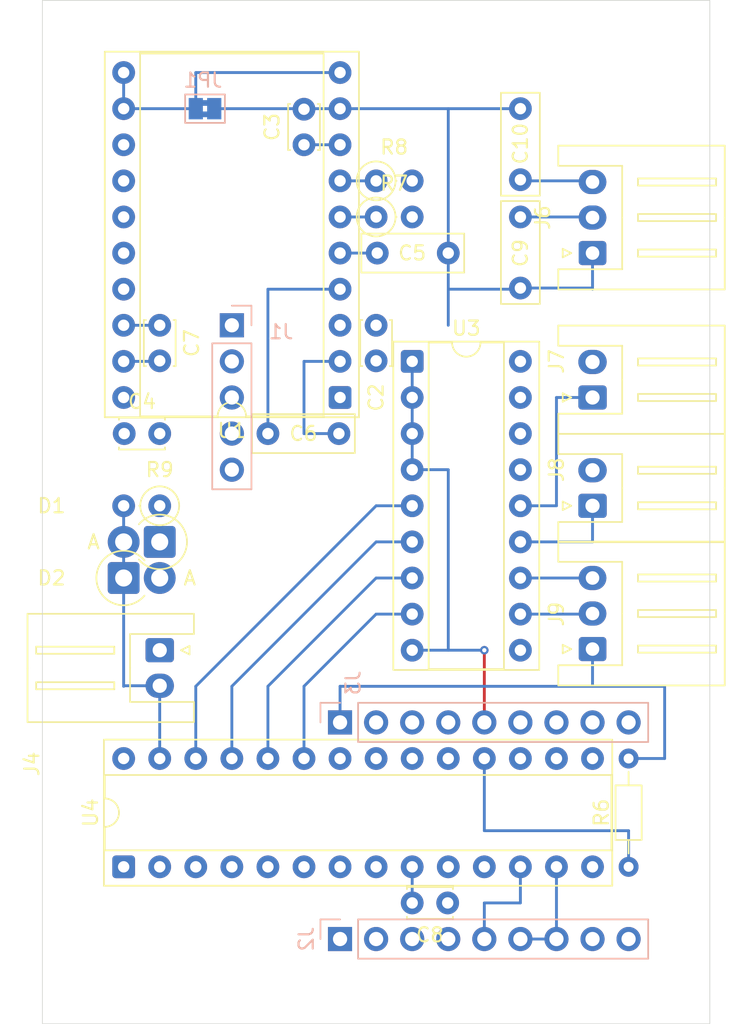
<source format=kicad_pcb>
(kicad_pcb (version 20241229) (generator "pcbnew") (generator_version "9.0")
  (layers (0 "F.Cu" signal) (2 "B.Cu" signal) (13 "F.Paste" user) (15 "B.Paste" user) (5 "F.SilkS" user "F.Silkscreen") (7 "B.SilkS" user "B.Silkscreen") (1 "F.Mask" user) (3 "B.Mask" user) (25 "Edge.Cuts" user))
  (net 0 "")
  (net 1 "+3V3")
  (net 2 "GND")
  (net 3 "GNDA")
  (net 4 "Net-(U1-VNEG)")
  (net 5 "Net-(U1-CAPP)")
  (net 6 "Net-(U1-CAPM)")
  (net 7 "Net-(U1-LDOO)")
  (net 8 "/AUDIO_OUT_L")
  (net 9 "/AUDIO_OUT_R")
  (net 10 "ACT_N")
  (net 11 "/I2S_BCLK")
  (net 12 "/I2S_LRCK")
  (net 13 "/I2S_DIN")
  (net 17 "/EXT_3SCL")
  (net 18 "/EXT_3SDA")
  (net 27 "Net-(U4-~{RESET})")
  (net 28 "Net-(J7-Pin_1)")
  (net 29 "Net-(J8-Pin_1)")
  (net 30 "Net-(J9-Pin_2)")
  (net 31 "Net-(J9-Pin_3)")
  (net 32 "Net-(U1-OUTL)")
  (net 33 "Net-(U1-OUTR)")
  (net 49 "Net-(U3-I6)")
  (net 50 "Net-(U3-I8)")
  (net 52 "Net-(U3-I7)")
  (net 53 "Net-(U3-I5)")
  (footprint "Capacitor_THT:C_Disc_D7.0mm_W2.5mm_P5.00mm" (layer "F.Cu") (at 144.78 55.8 90)
    (property "Reference" "C10" (at 2.54 0 90) (layer "F.SilkS"))
    (property "Value" "2200p 50V")
    (fp_line (start 6.12 -1.37) (end 6.12 1.37) (stroke (width 0.12)) (layer "F.SilkS"))
    (fp_line (start -1.12 -1.37) (end 6.12 -1.37) (stroke (width 0.12)) (layer "F.SilkS"))
    (fp_line (start 6.12 1.37) (end -1.12 1.37) (stroke (width 0.12)) (layer "F.SilkS"))
    (fp_line (start -1.12 1.37) (end -1.12 -1.37) (stroke (width 0.12)) (layer "F.SilkS"))
    (pad "1" thru_hole circle (at 0 0 90) (size 1.6 1.6) (drill 0.8) (layers "*.Cu" "*.Mask") (net 9 "/AUDIO_OUT_R"))
    (pad "2" thru_hole circle (at 5 0 90) (size 1.6 1.6) (drill 0.8) (layers "*.Cu" "*.Mask") (net 3 "GNDA"))
  )
  (footprint "RoboCon2025_ADIF:DIP-24_W15.24mm_Socket" (layer "F.Cu") (at 132.08 71.12 180)
    (property "Reference" "U1" (at 7.62 -2.33 0) (layer "F.SilkS"))
    (property "Value" "PCM5102A")
    (fp_line (start 14.08 24.2) (end 14.08 -1.33) (stroke (width 0.12)) (layer "F.SilkS"))
    (fp_line (start 14.08 -1.33) (end 8.62 -1.33) (stroke (width 0.12)) (layer "F.SilkS"))
    (fp_line (start 6.62 -1.33) (end 1.16 -1.33) (stroke (width 0.12)) (layer "F.SilkS"))
    (fp_line (start 1.2 24.2) (end 14.1 24.2) (stroke (width 0.12)) (layer "F.SilkS"))
    (fp_line (start 1.16 -1.33) (end 1.16 24.2) (stroke (width 0.12)) (layer "F.SilkS"))
    (fp_rect (start -1.33 -1.39) (end 16.57 24.33) (stroke (width 0.12)) (fill no) (layer "F.SilkS"))
    (fp_arc (start 8.62 -1.33) (mid 7.62 -0.33) (end 6.62 -1.33) (stroke (width 0.12)) (layer "F.SilkS"))
    (pad "1" thru_hole roundrect (at 0 0 180) (size 1.6 1.6) (drill 0.8) (layers "*.Cu" "*.Mask") (roundrect_rratio 0.15625) (net 1 "+3V3"))
    (pad "2" thru_hole circle (at 0 2.54 180) (size 1.6 1.6) (drill 0.8) (layers "*.Cu" "*.Mask") (net 5 "Net-(U1-CAPP)"))
    (pad "3" thru_hole circle (at 0 5.08 180) (size 1.6 1.6) (drill 0.8) (layers "*.Cu" "*.Mask") (net 3 "GNDA"))
    (pad "4" thru_hole circle (at 0 7.62 180) (size 1.6 1.6) (drill 0.8) (layers "*.Cu" "*.Mask") (net 6 "Net-(U1-CAPM)"))
    (pad "5" thru_hole circle (at 0 10.16 180) (size 1.6 1.6) (drill 0.8) (layers "*.Cu" "*.Mask") (net 4 "Net-(U1-VNEG)"))
    (pad "6" thru_hole circle (at 0 12.7 180) (size 1.6 1.6) (drill 0.8) (layers "*.Cu" "*.Mask") (net 32 "Net-(U1-OUTL)"))
    (pad "7" thru_hole circle (at 0 15.24 180) (size 1.6 1.6) (drill 0.8) (layers "*.Cu" "*.Mask") (net 33 "Net-(U1-OUTR)"))
    (pad "8" thru_hole circle (at 0 17.78 180) (size 1.6 1.6) (drill 0.8) (layers "*.Cu" "*.Mask") (net 1 "+3V3"))
    (pad "9" thru_hole circle (at 0 20.32 180) (size 1.6 1.6) (drill 0.8) (layers "*.Cu" "*.Mask") (net 3 "GNDA"))
    (pad "10" thru_hole circle (at 0 22.86 180) (size 1.6 1.6) (drill 0.8) (layers "*.Cu" "*.Mask") (net 2 "GND"))
    (pad "11" thru_hole circle (at 15.24 22.86 180) (size 1.6 1.6) (drill 0.8) (layers "*.Cu" "*.Mask") (net 2 "GND"))
    (pad "12" thru_hole circle (at 15.24 20.32 180) (size 1.6 1.6) (drill 0.8) (layers "*.Cu" "*.Mask") (net 2 "GND"))
    (pad "13" thru_hole circle (at 15.24 17.78 180) (size 1.6 1.6) (drill 0.8) (layers "*.Cu" "*.Mask") (net 11 "/I2S_BCLK"))
    (pad "14" thru_hole circle (at 15.24 15.24 180) (size 1.6 1.6) (drill 0.8) (layers "*.Cu" "*.Mask") (net 13 "/I2S_DIN"))
    (pad "15" thru_hole circle (at 15.24 12.7 180) (size 1.6 1.6) (drill 0.8) (layers "*.Cu" "*.Mask") (net 12 "/I2S_LRCK"))
    (pad "16" thru_hole circle (at 15.24 10.16 180) (size 1.6 1.6) (drill 0.8) (layers "*.Cu" "*.Mask") (net 2 "GND"))
    (pad "17" thru_hole circle (at 15.24 7.62 180) (size 1.6 1.6) (drill 0.8) (layers "*.Cu" "*.Mask") (net 1 "+3V3"))
    (pad "18" thru_hole circle (at 15.24 5.08 180) (size 1.6 1.6) (drill 0.8) (layers "*.Cu" "*.Mask") (net 7 "Net-(U1-LDOO)"))
    (pad "19" thru_hole circle (at 15.24 2.54 180) (size 1.6 1.6) (drill 0.8) (layers "*.Cu" "*.Mask") (net 2 "GND"))
    (pad "20" thru_hole circle (at 15.24 0 180) (size 1.6 1.6) (drill 0.8) (layers "*.Cu" "*.Mask") (net 1 "+3V3"))
  )
  (footprint "Capacitor_THT:C_Disc_D7.0mm_W2.5mm_P5.00mm" (layer "F.Cu") (at 134.7 60.96)
    (property "Reference" "C5" (at 2.46 0 0) (layer "F.SilkS"))
    (property "Value" "2.2u 50V")
    (fp_line (start -1.12 -1.37) (end 6.12 -1.37) (stroke (width 0.12)) (layer "F.SilkS"))
    (fp_line (start -1.12 1.37) (end -1.12 -1.37) (stroke (width 0.12)) (layer "F.SilkS"))
    (fp_line (start 6.12 -1.37) (end 6.12 1.37) (stroke (width 0.12)) (layer "F.SilkS"))
    (fp_line (start 6.12 1.37) (end -1.12 1.37) (stroke (width 0.12)) (layer "F.SilkS"))
    (pad "1" thru_hole circle (at 0 0) (size 1.6 1.6) (drill 0.8) (layers "*.Cu" "*.Mask") (net 4 "Net-(U1-VNEG)"))
    (pad "2" thru_hole circle (at 5 0) (size 1.6 1.6) (drill 0.8) (layers "*.Cu" "*.Mask") (net 3 "GNDA"))
  )
  (footprint "Connector_JST:JST_XH_S2B-XH-A_1x02_P2.50mm_Horizontal" (layer "F.Cu") (at 149.86 71.12 90)
    (property "Reference" "J7" (at 2.54 -2.54 90) (layer "F.SilkS"))
    (property "Value" "S2B-XH-A")
    (fp_line (start 5.06 -2.41) (end 3.64 -2.41) (stroke (width 0.12)) (layer "F.SilkS"))
    (fp_line (start 3.64 -2.41) (end 3.64 2.09) (stroke (width 0.12)) (layer "F.SilkS"))
    (fp_line (start -1.14 -2.41) (end -1.14 2.09) (stroke (width 0.12)) (layer "F.SilkS"))
    (fp_line (start -2.56 -2.41) (end -1.14 -2.41) (stroke (width 0.12)) (layer "F.SilkS"))
    (fp_line (start 0.3 -2.1) (end 0 -1.5) (stroke (width 0.12)) (layer "F.SilkS"))
    (fp_line (start -0.3 -2.1) (end 0.3 -2.1) (stroke (width 0.12)) (layer "F.SilkS"))
    (fp_line (start 0 -1.5) (end -0.3 -2.1) (stroke (width 0.12)) (layer "F.SilkS"))
    (fp_line (start 3.64 2.09) (end 1.25 2.09) (stroke (width 0.12)) (layer "F.SilkS"))
    (fp_line (start -1.14 2.09) (end 1.25 2.09) (stroke (width 0.12)) (layer "F.SilkS"))
    (fp_line (start 2.75 3.2) (end 2.25 3.2) (stroke (width 0.12)) (layer "F.SilkS"))
    (fp_line (start 2.25 3.2) (end 2.25 8.7) (stroke (width 0.12)) (layer "F.SilkS"))
    (fp_line (start 0.25 3.2) (end -0.25 3.2) (stroke (width 0.12)) (layer "F.SilkS"))
    (fp_line (start -0.25 3.2) (end -0.25 8.7) (stroke (width 0.12)) (layer "F.SilkS"))
    (fp_line (start 2.75 8.7) (end 2.75 3.2) (stroke (width 0.12)) (layer "F.SilkS"))
    (fp_line (start 2.25 8.7) (end 2.75 8.7) (stroke (width 0.12)) (layer "F.SilkS"))
    (fp_line (start 0.25 8.7) (end 0.25 3.2) (stroke (width 0.12)) (layer "F.SilkS"))
    (fp_line (start -0.25 8.7) (end 0.25 8.7) (stroke (width 0.12)) (layer "F.SilkS"))
    (fp_line (start 5.06 9.31) (end 5.06 -2.41) (stroke (width 0.12)) (layer "F.SilkS"))
    (fp_line (start 1.25 9.31) (end 5.06 9.31) (stroke (width 0.12)) (layer "F.SilkS"))
    (fp_line (start 1.25 9.31) (end -2.56 9.31) (stroke (width 0.12)) (layer "F.SilkS"))
    (fp_line (start -2.56 9.31) (end -2.56 -2.41) (stroke (width 0.12)) (layer "F.SilkS"))
    (pad "1" thru_hole roundrect (at 0 0 90) (size 1.7 2) (drill 1) (layers "*.Cu" "*.Mask") (roundrect_rratio 0.147059) (net 28 "Net-(J7-Pin_1)"))
    (pad "2" thru_hole oval (at 2.5 0 90) (size 1.7 2) (drill 1) (layers "*.Cu" "*.Mask") (net 2 "GND"))
  )
  (footprint "Resistor_THT:R_Axial_DIN0207_L6.3mm_D2.5mm_P2.54mm_Vertical" (layer "F.Cu") (at 119.38 78.74 180)
    (property "Reference" "R9" (at 0 2.54 0) (layer "F.SilkS"))
    (property "Value" "10k")
    (fp_line (start 1.37 0) (end 1.44 0) (stroke (width 0.12)) (layer "F.SilkS"))
    (fp_circle (center 0 0) (end 1.37 0) (stroke (width 0.12)) (fill no) (layer "F.SilkS"))
    (pad "1" thru_hole circle (at 0 0 180) (size 1.6 1.6) (drill 0.8) (layers "*.Cu" "*.Mask") (net 1 "+3V3"))
    (pad "2" thru_hole circle (at 2.54 0 180) (size 1.6 1.6) (drill 0.8) (layers "*.Cu" "*.Mask") (net 10 "ACT_N"))
  )
  (footprint "Capacitor_THT:C_Disc_D3.0mm_W2.0mm_P2.50mm" (layer "F.Cu") (at 116.88 73.66)
    (property "Reference" "C4" (at 1.25 -2.25 0) (layer "F.SilkS"))
    (property "Value" "0.1u 50V")
    (fp_line (start -0.37 -1.12) (end 2.87 -1.12) (stroke (width 0.12)) (layer "F.SilkS"))
    (fp_line (start -0.37 -0.972) (end -0.37 -1.12) (stroke (width 0.12)) (layer "F.SilkS"))
    (fp_line (start -0.37 1.12) (end -0.37 0.972) (stroke (width 0.12)) (layer "F.SilkS"))
    (fp_line (start 2.87 -1.12) (end 2.87 -0.972) (stroke (width 0.12)) (layer "F.SilkS"))
    (fp_line (start 2.87 0.972) (end 2.87 1.12) (stroke (width 0.12)) (layer "F.SilkS"))
    (fp_line (start 2.87 1.12) (end -0.37 1.12) (stroke (width 0.12)) (layer "F.SilkS"))
    (pad "1" thru_hole circle (at 0 0) (size 1.6 1.6) (drill 0.8) (layers "*.Cu" "*.Mask") (net 1 "+3V3"))
    (pad "2" thru_hole circle (at 2.5 0) (size 1.6 1.6) (drill 0.8) (layers "*.Cu" "*.Mask") (net 2 "GND"))
  )
  (footprint "Connector_JST:JST_XH_S2B-XH-A_1x02_P2.50mm_Horizontal" (layer "F.Cu") (at 149.86 78.74 90)
    (property "Reference" "J8" (at 2.54 -2.54 90) (layer "F.SilkS"))
    (property "Value" "S2B-XH-A")
    (fp_line (start 5.06 -2.41) (end 3.64 -2.41) (stroke (width 0.12)) (layer "F.SilkS"))
    (fp_line (start 3.64 -2.41) (end 3.64 2.09) (stroke (width 0.12)) (layer "F.SilkS"))
    (fp_line (start -1.14 -2.41) (end -1.14 2.09) (stroke (width 0.12)) (layer "F.SilkS"))
    (fp_line (start -2.56 -2.41) (end -1.14 -2.41) (stroke (width 0.12)) (layer "F.SilkS"))
    (fp_line (start 0.3 -2.1) (end 0 -1.5) (stroke (width 0.12)) (layer "F.SilkS"))
    (fp_line (start -0.3 -2.1) (end 0.3 -2.1) (stroke (width 0.12)) (layer "F.SilkS"))
    (fp_line (start 0 -1.5) (end -0.3 -2.1) (stroke (width 0.12)) (layer "F.SilkS"))
    (fp_line (start 3.64 2.09) (end 1.25 2.09) (stroke (width 0.12)) (layer "F.SilkS"))
    (fp_line (start -1.14 2.09) (end 1.25 2.09) (stroke (width 0.12)) (layer "F.SilkS"))
    (fp_line (start 2.75 3.2) (end 2.25 3.2) (stroke (width 0.12)) (layer "F.SilkS"))
    (fp_line (start 2.25 3.2) (end 2.25 8.7) (stroke (width 0.12)) (layer "F.SilkS"))
    (fp_line (start 0.25 3.2) (end -0.25 3.2) (stroke (width 0.12)) (layer "F.SilkS"))
    (fp_line (start -0.25 3.2) (end -0.25 8.7) (stroke (width 0.12)) (layer "F.SilkS"))
    (fp_line (start 2.75 8.7) (end 2.75 3.2) (stroke (width 0.12)) (layer "F.SilkS"))
    (fp_line (start 2.25 8.7) (end 2.75 8.7) (stroke (width 0.12)) (layer "F.SilkS"))
    (fp_line (start 0.25 8.7) (end 0.25 3.2) (stroke (width 0.12)) (layer "F.SilkS"))
    (fp_line (start -0.25 8.7) (end 0.25 8.7) (stroke (width 0.12)) (layer "F.SilkS"))
    (fp_line (start 5.06 9.31) (end 5.06 -2.41) (stroke (width 0.12)) (layer "F.SilkS"))
    (fp_line (start 1.25 9.31) (end 5.06 9.31) (stroke (width 0.12)) (layer "F.SilkS"))
    (fp_line (start 1.25 9.31) (end -2.56 9.31) (stroke (width 0.12)) (layer "F.SilkS"))
    (fp_line (start -2.56 9.31) (end -2.56 -2.41) (stroke (width 0.12)) (layer "F.SilkS"))
    (pad "1" thru_hole roundrect (at 0 0 90) (size 1.7 2) (drill 1) (layers "*.Cu" "*.Mask") (roundrect_rratio 0.147059) (net 29 "Net-(J8-Pin_1)"))
    (pad "2" thru_hole oval (at 2.5 0 90) (size 1.7 2) (drill 1) (layers "*.Cu" "*.Mask") (net 2 "GND"))
  )
  (footprint "Connector_JST:JST_XH_S3B-XH-A_1x03_P2.50mm_Horizontal" (layer "F.Cu") (at 149.86 88.82 90)
    (property "Reference" "J9" (at 2.46 -2.54 270) (layer "F.SilkS"))
    (property "Value" "S3B-XH-A")
    (fp_line (start 7.56 -2.41) (end 6.14 -2.41) (stroke (width 0.12)) (layer "F.SilkS"))
    (fp_line (start 6.14 -2.41) (end 6.14 2.09) (stroke (width 0.12)) (layer "F.SilkS"))
    (fp_line (start -1.14 -2.41) (end -1.14 2.09) (stroke (width 0.12)) (layer "F.SilkS"))
    (fp_line (start -2.56 -2.41) (end -1.14 -2.41) (stroke (width 0.12)) (layer "F.SilkS"))
    (fp_line (start 0.3 -2.1) (end 0 -1.5) (stroke (width 0.12)) (layer "F.SilkS"))
    (fp_line (start -0.3 -2.1) (end 0.3 -2.1) (stroke (width 0.12)) (layer "F.SilkS"))
    (fp_line (start 0 -1.5) (end -0.3 -2.1) (stroke (width 0.12)) (layer "F.SilkS"))
    (fp_line (start 6.14 2.09) (end 2.5 2.09) (stroke (width 0.12)) (layer "F.SilkS"))
    (fp_line (start -1.14 2.09) (end 2.5 2.09) (stroke (width 0.12)) (layer "F.SilkS"))
    (fp_line (start 5.25 3.2) (end 4.75 3.2) (stroke (width 0.12)) (layer "F.SilkS"))
    (fp_line (start 4.75 3.2) (end 4.75 8.7) (stroke (width 0.12)) (layer "F.SilkS"))
    (fp_line (start 2.75 3.2) (end 2.25 3.2) (stroke (width 0.12)) (layer "F.SilkS"))
    (fp_line (start 2.25 3.2) (end 2.25 8.7) (stroke (width 0.12)) (layer "F.SilkS"))
    (fp_line (start 0.25 3.2) (end -0.25 3.2) (stroke (width 0.12)) (layer "F.SilkS"))
    (fp_line (start -0.25 3.2) (end -0.25 8.7) (stroke (width 0.12)) (layer "F.SilkS"))
    (fp_line (start 5.25 8.7) (end 5.25 3.2) (stroke (width 0.12)) (layer "F.SilkS"))
    (fp_line (start 4.75 8.7) (end 5.25 8.7) (stroke (width 0.12)) (layer "F.SilkS"))
    (fp_line (start 2.75 8.7) (end 2.75 3.2) (stroke (width 0.12)) (layer "F.SilkS"))
    (fp_line (start 2.25 8.7) (end 2.75 8.7) (stroke (width 0.12)) (layer "F.SilkS"))
    (fp_line (start 0.25 8.7) (end 0.25 3.2) (stroke (width 0.12)) (layer "F.SilkS"))
    (fp_line (start -0.25 8.7) (end 0.25 8.7) (stroke (width 0.12)) (layer "F.SilkS"))
    (fp_line (start 7.56 9.31) (end 7.56 -2.41) (stroke (width 0.12)) (layer "F.SilkS"))
    (fp_line (start 2.5 9.31) (end 7.56 9.31) (stroke (width 0.12)) (layer "F.SilkS"))
    (fp_line (start 2.5 9.31) (end -2.56 9.31) (stroke (width 0.12)) (layer "F.SilkS"))
    (fp_line (start -2.56 9.31) (end -2.56 -2.41) (stroke (width 0.12)) (layer "F.SilkS"))
    (pad "1" thru_hole roundrect (at 0 0 90) (size 1.7 1.95) (drill 0.95) (layers "*.Cu" "*.Mask") (roundrect_rratio 0.147059) (net 1 "+3V3"))
    (pad "2" thru_hole oval (at 2.5 0 90) (size 1.7 1.95) (drill 0.95) (layers "*.Cu" "*.Mask") (net 30 "Net-(J9-Pin_2)"))
    (pad "3" thru_hole oval (at 5 0 90) (size 1.7 1.95) (drill 0.95) (layers "*.Cu" "*.Mask") (net 31 "Net-(J9-Pin_3)"))
  )
  (footprint "Capacitor_THT:C_Disc_D3.0mm_W2.0mm_P2.50mm" (layer "F.Cu") (at 139.66 106.68 180)
    (property "Reference" "C8" (at 1.25 -2.25 180) (layer "F.SilkS"))
    (property "Value" "0.1u 50V")
    (fp_line (start 2.87 1.12) (end -0.37 1.12) (stroke (width 0.12)) (layer "F.SilkS"))
    (fp_line (start 2.87 0.972) (end 2.87 1.12) (stroke (width 0.12)) (layer "F.SilkS"))
    (fp_line (start 2.87 -1.12) (end 2.87 -0.972) (stroke (width 0.12)) (layer "F.SilkS"))
    (fp_line (start -0.37 1.12) (end -0.37 0.972) (stroke (width 0.12)) (layer "F.SilkS"))
    (fp_line (start -0.37 -0.972) (end -0.37 -1.12) (stroke (width 0.12)) (layer "F.SilkS"))
    (fp_line (start -0.37 -1.12) (end 2.87 -1.12) (stroke (width 0.12)) (layer "F.SilkS"))
    (pad "1" thru_hole circle (at 0 0 180) (size 1.6 1.6) (drill 0.8) (layers "*.Cu" "*.Mask") (net 2 "GND"))
    (pad "2" thru_hole circle (at 2.5 0 180) (size 1.6 1.6) (drill 0.8) (layers "*.Cu" "*.Mask") (net 1 "+3V3"))
  )
  (footprint "Capacitor_THT:C_Disc_D7.0mm_W2.5mm_P5.00mm" (layer "F.Cu") (at 144.78 58.42 -90)
    (property "Reference" "C9" (at 2.54 0 90) (layer "F.SilkS"))
    (property "Value" "2200p 50V")
    (fp_line (start -1.12 1.37) (end -1.12 -1.37) (stroke (width 0.12)) (layer "F.SilkS"))
    (fp_line (start 6.12 1.37) (end -1.12 1.37) (stroke (width 0.12)) (layer "F.SilkS"))
    (fp_line (start -1.12 -1.37) (end 6.12 -1.37) (stroke (width 0.12)) (layer "F.SilkS"))
    (fp_line (start 6.12 -1.37) (end 6.12 1.37) (stroke (width 0.12)) (layer "F.SilkS"))
    (pad "1" thru_hole circle (at 0 0 270) (size 1.6 1.6) (drill 0.8) (layers "*.Cu" "*.Mask") (net 8 "/AUDIO_OUT_L"))
    (pad "2" thru_hole circle (at 5 0 270) (size 1.6 1.6) (drill 0.8) (layers "*.Cu" "*.Mask") (net 3 "GNDA"))
  )
  (footprint "Resistor_THT:R_Axial_DIN0204_L3.6mm_D1.6mm_P7.62mm_Horizontal" (layer "F.Cu") (at 152.4 104.14 90)
    (property "Reference" "R6" (at 3.81 -1.92 90) (layer "F.SilkS"))
    (property "Value" "10k")
    (fp_line (start 6.68 0) (end 5.73 0) (stroke (width 0.12)) (layer "F.SilkS"))
    (fp_line (start 0.94 0) (end 1.89 0) (stroke (width 0.12)) (layer "F.SilkS"))
    (fp_rect (start 1.89 -0.92) (end 5.73 0.92) (stroke (width 0.12)) (fill no) (layer "F.SilkS"))
    (pad "1" thru_hole circle (at 0 0 90) (size 1.4 1.4) (drill 0.7) (layers "*.Cu" "*.Mask") (net 27 "Net-(U4-~{RESET})"))
    (pad "2" thru_hole circle (at 7.62 0 90) (size 1.4 1.4) (drill 0.7) (layers "*.Cu" "*.Mask") (net 1 "+3V3"))
  )
  (footprint "Capacitor_THT:C_Disc_D7.0mm_W2.5mm_P5.00mm" (layer "F.Cu") (at 127 73.66)
    (property "Reference" "C6" (at 2.5 0 0) (layer "F.SilkS"))
    (property "Value" "2.2u 50V")
    (fp_line (start -1.12 -1.37) (end 6.12 -1.37) (stroke (width 0.12)) (layer "F.SilkS"))
    (fp_line (start -1.12 1.37) (end -1.12 -1.37) (stroke (width 0.12)) (layer "F.SilkS"))
    (fp_line (start 6.12 -1.37) (end 6.12 1.37) (stroke (width 0.12)) (layer "F.SilkS"))
    (fp_line (start 6.12 1.37) (end -1.12 1.37) (stroke (width 0.12)) (layer "F.SilkS"))
    (pad "1" thru_hole circle (at 0 0) (size 1.6 1.6) (drill 0.8) (layers "*.Cu" "*.Mask") (net 6 "Net-(U1-CAPM)"))
    (pad "2" thru_hole circle (at 5 0) (size 1.6 1.6) (drill 0.8) (layers "*.Cu" "*.Mask") (net 5 "Net-(U1-CAPP)"))
  )
  (footprint "Resistor_THT:R_Axial_DIN0207_L6.3mm_D2.5mm_P2.54mm_Vertical" (layer "F.Cu") (at 134.62 58.42)
    (property "Reference" "R7" (at 1.27 -2.37 0) (layer "F.SilkS"))
    (property "Value" "470")
    (fp_line (start 1.37 0) (end 1.44 0) (stroke (width 0.12)) (layer "F.SilkS"))
    (fp_circle (center 0 0) (end 1.37 0) (stroke (width 0.12)) (fill no) (layer "F.SilkS"))
    (pad "1" thru_hole circle (at 0 0) (size 1.6 1.6) (drill 0.8) (layers "*.Cu" "*.Mask") (net 32 "Net-(U1-OUTL)"))
    (pad "2" thru_hole circle (at 2.54 0) (size 1.6 1.6) (drill 0.8) (layers "*.Cu" "*.Mask") (net 8 "/AUDIO_OUT_L"))
  )
  (footprint "Capacitor_THT:C_Disc_D3.0mm_W2.0mm_P2.50mm" (layer "F.Cu") (at 129.54 53.34 90)
    (property "Reference" "C3" (at 1.25 -2.25 90) (layer "F.SilkS"))
    (property "Value" "0.1u 50V")
    (fp_line (start 2.87 -1.12) (end 2.87 -0.972) (stroke (width 0.12)) (layer "F.SilkS"))
    (fp_line (start -0.37 -1.12) (end 2.87 -1.12) (stroke (width 0.12)) (layer "F.SilkS"))
    (fp_line (start -0.37 -0.972) (end -0.37 -1.12) (stroke (width 0.12)) (layer "F.SilkS"))
    (fp_line (start 2.87 0.972) (end 2.87 1.12) (stroke (width 0.12)) (layer "F.SilkS"))
    (fp_line (start 2.87 1.12) (end -0.37 1.12) (stroke (width 0.12)) (layer "F.SilkS"))
    (fp_line (start -0.37 1.12) (end -0.37 0.972) (stroke (width 0.12)) (layer "F.SilkS"))
    (pad "1" thru_hole circle (at 0 0 90) (size 1.6 1.6) (drill 0.8) (layers "*.Cu" "*.Mask") (net 1 "+3V3"))
    (pad "2" thru_hole circle (at 2.5 0 90) (size 1.6 1.6) (drill 0.8) (layers "*.Cu" "*.Mask") (net 3 "GNDA"))
  )
  (footprint "Package_DIP:DIP-18_W7.62mm_Socket" (layer "F.Cu") (at 137.16 68.58)
    (property "Reference" "U3" (at 3.81 -2.33 0) (layer "F.SilkS"))
    (property "Value" "TBD62083AFNG")
    (fp_line (start 1.16 -1.33) (end 1.16 21.65) (stroke (width 0.12)) (layer "F.SilkS"))
    (fp_line (start 1.16 21.65) (end 6.46 21.65) (stroke (width 0.12)) (layer "F.SilkS"))
    (fp_line (start 2.81 -1.33) (end 1.16 -1.33) (stroke (width 0.12)) (layer "F.SilkS"))
    (fp_line (start 6.46 -1.33) (end 4.81 -1.33) (stroke (width 0.12)) (layer "F.SilkS"))
    (fp_line (start 6.46 21.65) (end 6.46 -1.33) (stroke (width 0.12)) (layer "F.SilkS"))
    (fp_rect (start -1.33 -1.39) (end 8.95 21.71) (stroke (width 0.12)) (fill no) (layer "F.SilkS"))
    (fp_arc (start 4.81 -1.33) (mid 3.81 -0.33) (end 2.81 -1.33) (stroke (width 0.12)) (layer "F.SilkS"))
    (pad "1" thru_hole roundrect (at 0 0) (size 1.6 1.6) (drill 0.8) (layers "*.Cu" "*.Mask") (roundrect_rratio 0.15625) (net 2 "GND"))
    (pad "2" thru_hole circle (at 0 2.54) (size 1.6 1.6) (drill 0.8) (layers "*.Cu" "*.Mask") (net 2 "GND"))
    (pad "3" thru_hole circle (at 0 5.08) (size 1.6 1.6) (drill 0.8) (layers "*.Cu" "*.Mask") (net 2 "GND"))
    (pad "4" thru_hole circle (at 0 7.62) (size 1.6 1.6) (drill 0.8) (layers "*.Cu" "*.Mask") (net 2 "GND"))
    (pad "5" thru_hole circle (at 0 10.16) (size 1.6 1.6) (drill 0.8) (layers "*.Cu" "*.Mask") (net 53 "Net-(U3-I5)"))
    (pad "6" thru_hole circle (at 0 12.7) (size 1.6 1.6) (drill 0.8) (layers "*.Cu" "*.Mask") (net 49 "Net-(U3-I6)"))
    (pad "7" thru_hole circle (at 0 15.24) (size 1.6 1.6) (drill 0.8) (layers "*.Cu" "*.Mask") (net 52 "Net-(U3-I7)"))
    (pad "8" thru_hole circle (at 0 17.78) (size 1.6 1.6) (drill 0.8) (layers "*.Cu" "*.Mask") (net 50 "Net-(U3-I8)"))
    (pad "9" thru_hole circle (at 0 20.32) (size 1.6 1.6) (drill 0.8) (layers "*.Cu" "*.Mask") (net 2 "GND"))
    (pad "10" thru_hole circle (at 7.62 20.32) (size 1.6 1.6) (drill 0.8) (layers "*.Cu" "*.Mask"))
    (pad "11" thru_hole circle (at 7.62 17.78) (size 1.6 1.6) (drill 0.8) (layers "*.Cu" "*.Mask") (net 30 "Net-(J9-Pin_2)"))
    (pad "12" thru_hole circle (at 7.62 15.24) (size 1.6 1.6) (drill 0.8) (layers "*.Cu" "*.Mask") (net 31 "Net-(J9-Pin_3)"))
    (pad "13" thru_hole circle (at 7.62 12.7) (size 1.6 1.6) (drill 0.8) (layers "*.Cu" "*.Mask") (net 29 "Net-(J8-Pin_1)"))
    (pad "14" thru_hole circle (at 7.62 10.16) (size 1.6 1.6) (drill 0.8) (layers "*.Cu" "*.Mask") (net 28 "Net-(J7-Pin_1)"))
    (pad "15" thru_hole circle (at 7.62 7.62) (size 1.6 1.6) (drill 0.8) (layers "*.Cu" "*.Mask"))
    (pad "16" thru_hole circle (at 7.62 5.08) (size 1.6 1.6) (drill 0.8) (layers "*.Cu" "*.Mask"))
    (pad "17" thru_hole circle (at 7.62 2.54) (size 1.6 1.6) (drill 0.8) (layers "*.Cu" "*.Mask"))
    (pad "18" thru_hole circle (at 7.62 0) (size 1.6 1.6) (drill 0.8) (layers "*.Cu" "*.Mask"))
  )
  (footprint "Capacitor_THT:C_Disc_D3.0mm_W2.0mm_P2.50mm" (layer "F.Cu") (at 119.38 66.04 -90)
    (property "Reference" "C7" (at 1.25 -2.25 270) (layer "F.SilkS"))
    (property "Value" "0.1u 50V")
    (fp_line (start -0.37 1.12) (end -0.37 0.972) (stroke (width 0.12)) (layer "F.SilkS"))
    (fp_line (start 2.87 1.12) (end -0.37 1.12) (stroke (width 0.12)) (layer "F.SilkS"))
    (fp_line (start 2.87 0.972) (end 2.87 1.12) (stroke (width 0.12)) (layer "F.SilkS"))
    (fp_line (start -0.37 -0.972) (end -0.37 -1.12) (stroke (width 0.12)) (layer "F.SilkS"))
    (fp_line (start -0.37 -1.12) (end 2.87 -1.12) (stroke (width 0.12)) (layer "F.SilkS"))
    (fp_line (start 2.87 -1.12) (end 2.87 -0.972) (stroke (width 0.12)) (layer "F.SilkS"))
    (pad "1" thru_hole circle (at 0 0 270) (size 1.6 1.6) (drill 0.8) (layers "*.Cu" "*.Mask") (net 7 "Net-(U1-LDOO)"))
    (pad "2" thru_hole circle (at 2.5 0 270) (size 1.6 1.6) (drill 0.8) (layers "*.Cu" "*.Mask") (net 2 "GND"))
  )
  (footprint "Resistor_THT:R_Axial_DIN0207_L6.3mm_D2.5mm_P2.54mm_Vertical" (layer "F.Cu") (at 134.62 55.88)
    (property "Reference" "R8" (at 1.27 -2.37 0) (layer "F.SilkS"))
    (property "Value" "470")
    (fp_line (start 1.37 0) (end 1.44 0) (stroke (width 0.12)) (layer "F.SilkS"))
    (fp_circle (center 0 0) (end 1.37 0) (stroke (width 0.12)) (fill no) (layer "F.SilkS"))
    (pad "1" thru_hole circle (at 0 0) (size 1.6 1.6) (drill 0.8) (layers "*.Cu" "*.Mask") (net 33 "Net-(U1-OUTR)"))
    (pad "2" thru_hole circle (at 2.54 0) (size 1.6 1.6) (drill 0.8) (layers "*.Cu" "*.Mask") (net 9 "/AUDIO_OUT_R"))
  )
  (footprint "Capacitor_THT:C_Disc_D3.0mm_W2.0mm_P2.50mm" (layer "F.Cu") (at 134.62 68.54 90)
    (property "Reference" "C2" (at -2.58 0 90) (layer "F.SilkS"))
    (property "Value" "0.1u 50V")
    (fp_line (start 2.87 -1.12) (end 2.87 -0.972) (stroke (width 0.12)) (layer "F.SilkS"))
    (fp_line (start -0.37 -1.12) (end 2.87 -1.12) (stroke (width 0.12)) (layer "F.SilkS"))
    (fp_line (start -0.37 -0.972) (end -0.37 -1.12) (stroke (width 0.12)) (layer "F.SilkS"))
    (fp_line (start 2.87 0.972) (end 2.87 1.12) (stroke (width 0.12)) (layer "F.SilkS"))
    (fp_line (start 2.87 1.12) (end -0.37 1.12) (stroke (width 0.12)) (layer "F.SilkS"))
    (fp_line (start -0.37 1.12) (end -0.37 0.972) (stroke (width 0.12)) (layer "F.SilkS"))
    (pad "1" thru_hole circle (at 0 0 90) (size 1.6 1.6) (drill 0.8) (layers "*.Cu" "*.Mask") (net 1 "+3V3"))
    (pad "2" thru_hole circle (at 2.5 0 90) (size 1.6 1.6) (drill 0.8) (layers "*.Cu" "*.Mask") (net 3 "GNDA"))
  )
  (footprint "Connector_JST:JST_XH_S3B-XH-A_1x03_P2.50mm_Horizontal" (layer "F.Cu") (at 149.86 60.96 90)
    (property "Reference" "J6" (at 2.5 -3.51 90) (layer "F.SilkS"))
    (property "Value" "S3B-XH-A")
    (fp_line (start 7.56 -2.41) (end 6.14 -2.41) (stroke (width 0.12)) (layer "F.SilkS"))
    (fp_line (start 6.14 -2.41) (end 6.14 2.09) (stroke (width 0.12)) (layer "F.SilkS"))
    (fp_line (start -1.14 -2.41) (end -1.14 2.09) (stroke (width 0.12)) (layer "F.SilkS"))
    (fp_line (start -2.56 -2.41) (end -1.14 -2.41) (stroke (width 0.12)) (layer "F.SilkS"))
    (fp_line (start 0.3 -2.1) (end 0 -1.5) (stroke (width 0.12)) (layer "F.SilkS"))
    (fp_line (start -0.3 -2.1) (end 0.3 -2.1) (stroke (width 0.12)) (layer "F.SilkS"))
    (fp_line (start 0 -1.5) (end -0.3 -2.1) (stroke (width 0.12)) (layer "F.SilkS"))
    (fp_line (start 6.14 2.09) (end 2.5 2.09) (stroke (width 0.12)) (layer "F.SilkS"))
    (fp_line (start -1.14 2.09) (end 2.5 2.09) (stroke (width 0.12)) (layer "F.SilkS"))
    (fp_line (start 5.25 3.2) (end 4.75 3.2) (stroke (width 0.12)) (layer "F.SilkS"))
    (fp_line (start 4.75 3.2) (end 4.75 8.7) (stroke (width 0.12)) (layer "F.SilkS"))
    (fp_line (start 2.75 3.2) (end 2.25 3.2) (stroke (width 0.12)) (layer "F.SilkS"))
    (fp_line (start 2.25 3.2) (end 2.25 8.7) (stroke (width 0.12)) (layer "F.SilkS"))
    (fp_line (start 0.25 3.2) (end -0.25 3.2) (stroke (width 0.12)) (layer "F.SilkS"))
    (fp_line (start -0.25 3.2) (end -0.25 8.7) (stroke (width 0.12)) (layer "F.SilkS"))
    (fp_line (start 5.25 8.7) (end 5.25 3.2) (stroke (width 0.12)) (layer "F.SilkS"))
    (fp_line (start 4.75 8.7) (end 5.25 8.7) (stroke (width 0.12)) (layer "F.SilkS"))
    (fp_line (start 2.75 8.7) (end 2.75 3.2) (stroke (width 0.12)) (layer "F.SilkS"))
    (fp_line (start 2.25 8.7) (end 2.75 8.7) (stroke (width 0.12)) (layer "F.SilkS"))
    (fp_line (start 0.25 8.7) (end 0.25 3.2) (stroke (width 0.12)) (layer "F.SilkS"))
    (fp_line (start -0.25 8.7) (end 0.25 8.7) (stroke (width 0.12)) (layer "F.SilkS"))
    (fp_line (start 7.56 9.31) (end 7.56 -2.41) (stroke (width 0.12)) (layer "F.SilkS"))
    (fp_line (start 2.5 9.31) (end 7.56 9.31) (stroke (width 0.12)) (layer "F.SilkS"))
    (fp_line (start 2.5 9.31) (end -2.56 9.31) (stroke (width 0.12)) (layer "F.SilkS"))
    (fp_line (start -2.56 9.31) (end -2.56 -2.41) (stroke (width 0.12)) (layer "F.SilkS"))
    (pad "1" thru_hole roundrect (at 0 0 90) (size 1.7 1.95) (drill 0.95) (layers "*.Cu" "*.Mask") (roundrect_rratio 0.147059) (net 3 "GNDA"))
    (pad "2" thru_hole oval (at 2.5 0 90) (size 1.7 1.95) (drill 0.95) (layers "*.Cu" "*.Mask") (net 8 "/AUDIO_OUT_L"))
    (pad "3" thru_hole oval (at 5 0 90) (size 1.7 1.95) (drill 0.95) (layers "*.Cu" "*.Mask") (net 9 "/AUDIO_OUT_R"))
  )
  (footprint "Package_DIP:DIP-28_W7.62mm_Socket" (layer "F.Cu") (at 116.84 104.14 90)
    (property "Reference" "U4" (at 3.81 -2.33 90) (layer "F.SilkS"))
    (property "Value" "MCP23017_SP")
    (fp_line (start 6.46 -1.33) (end 4.81 -1.33) (stroke (width 0.12)) (layer "F.SilkS"))
    (fp_line (start 2.81 -1.33) (end 1.16 -1.33) (stroke (width 0.12)) (layer "F.SilkS"))
    (fp_line (start 1.16 -1.33) (end 1.16 34.35) (stroke (width 0.12)) (layer "F.SilkS"))
    (fp_line (start 6.46 34.35) (end 6.46 -1.33) (stroke (width 0.12)) (layer "F.SilkS"))
    (fp_line (start 1.16 34.35) (end 6.46 34.35) (stroke (width 0.12)) (layer "F.SilkS"))
    (fp_rect (start -1.33 -1.39) (end 8.95 34.41) (stroke (width 0.12)) (fill no) (layer "F.SilkS"))
    (fp_arc (start 4.81 -1.33) (mid 3.81 -0.33) (end 2.81 -1.33) (stroke (width 0.12)) (layer "F.SilkS"))
    (pad "1" thru_hole roundrect (at 0 0 90) (size 1.6 1.6) (drill 0.8) (layers "*.Cu" "*.Mask") (roundrect_rratio 0.15625))
    (pad "2" thru_hole circle (at 0 2.54 90) (size 1.6 1.6) (drill 0.8) (layers "*.Cu" "*.Mask"))
    (pad "3" thru_hole circle (at 0 5.08 90) (size 1.6 1.6) (drill 0.8) (layers "*.Cu" "*.Mask"))
    (pad "4" thru_hole circle (at 0 7.62 90) (size 1.6 1.6) (drill 0.8) (layers "*.Cu" "*.Mask"))
    (pad "5" thru_hole circle (at 0 10.16 90) (size 1.6 1.6) (drill 0.8) (layers "*.Cu" "*.Mask"))
    (pad "6" thru_hole circle (at 0 12.7 90) (size 1.6 1.6) (drill 0.8) (layers "*.Cu" "*.Mask"))
    (pad "7" thru_hole circle (at 0 15.24 90) (size 1.6 1.6) (drill 0.8) (layers "*.Cu" "*.Mask"))
    (pad "8" thru_hole circle (at 0 17.78 90) (size 1.6 1.6) (drill 0.8) (layers "*.Cu" "*.Mask"))
    (pad "9" thru_hole circle (at 0 20.32 90) (size 1.6 1.6) (drill 0.8) (layers "*.Cu" "*.Mask") (net 1 "+3V3"))
    (pad "10" thru_hole circle (at 0 22.86 90) (size 1.6 1.6) (drill 0.8) (layers "*.Cu" "*.Mask") (net 2 "GND"))
    (pad "11" thru_hole circle (at 0 25.4 90) (size 1.6 1.6) (drill 0.8) (layers "*.Cu" "*.Mask"))
    (pad "12" thru_hole circle (at 0 27.94 90) (size 1.6 1.6) (drill 0.8) (layers "*.Cu" "*.Mask") (net 17 "/EXT_3SCL"))
    (pad "13" thru_hole circle (at 0 30.48 90) (size 1.6 1.6) (drill 0.8) (layers "*.Cu" "*.Mask") (net 18 "/EXT_3SDA"))
    (pad "14" thru_hole circle (at 0 33.02 90) (size 1.6 1.6) (drill 0.8) (layers "*.Cu" "*.Mask"))
    (pad "15" thru_hole circle (at 7.62 33.02 90) (size 1.6 1.6) (drill 0.8) (layers "*.Cu" "*.Mask") (net 2 "GND"))
    (pad "16" thru_hole circle (at 7.62 30.48 90) (size 1.6 1.6) (drill 0.8) (layers "*.Cu" "*.Mask") (net 2 "GND"))
    (pad "17" thru_hole circle (at 7.62 27.94 90) (size 1.6 1.6) (drill 0.8) (layers "*.Cu" "*.Mask") (net 2 "GND"))
    (pad "18" thru_hole circle (at 7.62 25.4 90) (size 1.6 1.6) (drill 0.8) (layers "*.Cu" "*.Mask") (net 27 "Net-(U4-~{RESET})"))
    (pad "19" thru_hole circle (at 7.62 22.86 90) (size 1.6 1.6) (drill 0.8) (layers "*.Cu" "*.Mask"))
    (pad "20" thru_hole circle (at 7.62 20.32 90) (size 1.6 1.6) (drill 0.8) (layers "*.Cu" "*.Mask"))
    (pad "21" thru_hole circle (at 7.62 17.78 90) (size 1.6 1.6) (drill 0.8) (layers "*.Cu" "*.Mask"))
    (pad "22" thru_hole circle (at 7.62 15.24 90) (size 1.6 1.6) (drill 0.8) (layers "*.Cu" "*.Mask"))
    (pad "23" thru_hole circle (at 7.62 12.7 90) (size 1.6 1.6) (drill 0.8) (layers "*.Cu" "*.Mask") (net 50 "Net-(U3-I8)"))
    (pad "24" thru_hole circle (at 7.62 10.16 90) (size 1.6 1.6) (drill 0.8) (layers "*.Cu" "*.Mask") (net 52 "Net-(U3-I7)"))
    (pad "25" thru_hole circle (at 7.62 7.62 90) (size 1.6 1.6) (drill 0.8) (layers "*.Cu" "*.Mask") (net 49 "Net-(U3-I6)"))
    (pad "26" thru_hole circle (at 7.62 5.08 90) (size 1.6 1.6) (drill 0.8) (layers "*.Cu" "*.Mask") (net 53 "Net-(U3-I5)"))
    (pad "27" thru_hole circle (at 7.62 2.54 90) (size 1.6 1.6) (drill 0.8) (layers "*.Cu" "*.Mask") (net 10 "ACT_N"))
    (pad "28" thru_hole circle (at 7.62 0 90) (size 1.6 1.6) (drill 0.8) (layers "*.Cu" "*.Mask"))
  )
  (footprint "Diode_THT:D_DO-15_P2.54mm_Vertical_AnodeUp" (layer "F.Cu") (at 119.38 81.28 180)
    (property "Reference" "D1" (at 7.62 2.54 0) (layer "F.SilkS"))
    (property "Value" "SS14")
    (fp_arc (start 1.465879 1.24) (mid -1.92 0) (end 1.465879 -1.24) (stroke (width 0.12)) (layer "F.SilkS"))
    (fp_text user "A" (at 4.66 0 0) (layer "F.SilkS"))
    (pad "1" thru_hole roundrect (at 0 0 180) (size 2.24 2.24) (drill 1.2) (layers "*.Cu" "*.Mask") (roundrect_rratio 0.111607) (net 1 "+3V3"))
    (pad "2" thru_hole circle (at 2.54 0 180) (size 2.24 2.24) (drill 1.2) (layers "*.Cu" "*.Mask") (net 10 "ACT_N"))
  )
  (footprint "Diode_THT:D_DO-15_P2.54mm_Vertical_AnodeUp" (layer "F.Cu") (at 116.84 83.82)
    (property "Reference" "D2" (at -5.08 0 0) (layer "F.SilkS"))
    (property "Value" "SS14")
    (fp_arc (start 1.465879 1.24) (mid -1.92 0) (end 1.465879 -1.24) (stroke (width 0.12)) (layer "F.SilkS"))
    (fp_text user "A" (at 4.66 0 0) (layer "F.SilkS"))
    (pad "1" thru_hole roundrect (at 0 0) (size 2.24 2.24) (drill 1.2) (layers "*.Cu" "*.Mask") (roundrect_rratio 0.111607) (net 10 "ACT_N"))
    (pad "2" thru_hole circle (at 2.54 0) (size 2.24 2.24) (drill 1.2) (layers "*.Cu" "*.Mask") (net 2 "GND"))
  )
  (footprint "Connector_JST:JST_XH_S2B-XH-A_1x02_P2.50mm_Horizontal" (layer "F.Cu") (at 119.38 88.9 -90)
    (property "Reference" "J4" (at 8 9 90) (layer "F.SilkS"))
    (property "Value" "S2B-XH-A")
    (fp_line (start -2.56 9.31) (end -2.56 -2.41) (stroke (width 0.12)) (layer "F.SilkS"))
    (fp_line (start 1.25 9.31) (end -2.56 9.31) (stroke (width 0.12)) (layer "F.SilkS"))
    (fp_line (start 1.25 9.31) (end 5.06 9.31) (stroke (width 0.12)) (layer "F.SilkS"))
    (fp_line (start 5.06 9.31) (end 5.06 -2.41) (stroke (width 0.12)) (layer "F.SilkS"))
    (fp_line (start -0.25 8.7) (end 0.25 8.7) (stroke (width 0.12)) (layer "F.SilkS"))
    (fp_line (start 0.25 8.7) (end 0.25 3.2) (stroke (width 0.12)) (layer "F.SilkS"))
    (fp_line (start 2.25 8.7) (end 2.75 8.7) (stroke (width 0.12)) (layer "F.SilkS"))
    (fp_line (start 2.75 8.7) (end 2.75 3.2) (stroke (width 0.12)) (layer "F.SilkS"))
    (fp_line (start -0.25 3.2) (end -0.25 8.7) (stroke (width 0.12)) (layer "F.SilkS"))
    (fp_line (start 0.25 3.2) (end -0.25 3.2) (stroke (width 0.12)) (layer "F.SilkS"))
    (fp_line (start 2.25 3.2) (end 2.25 8.7) (stroke (width 0.12)) (layer "F.SilkS"))
    (fp_line (start 2.75 3.2) (end 2.25 3.2) (stroke (width 0.12)) (layer "F.SilkS"))
    (fp_line (start -1.14 2.09) (end 1.25 2.09) (stroke (width 0.12)) (layer "F.SilkS"))
    (fp_line (start 3.64 2.09) (end 1.25 2.09) (stroke (width 0.12)) (layer "F.SilkS"))
    (fp_line (start 0 -1.5) (end -0.3 -2.1) (stroke (width 0.12)) (layer "F.SilkS"))
    (fp_line (start -0.3 -2.1) (end 0.3 -2.1) (stroke (width 0.12)) (layer "F.SilkS"))
    (fp_line (start 0.3 -2.1) (end 0 -1.5) (stroke (width 0.12)) (layer "F.SilkS"))
    (fp_line (start -2.56 -2.41) (end -1.14 -2.41) (stroke (width 0.12)) (layer "F.SilkS"))
    (fp_line (start -1.14 -2.41) (end -1.14 2.09) (stroke (width 0.12)) (layer "F.SilkS"))
    (fp_line (start 3.64 -2.41) (end 3.64 2.09) (stroke (width 0.12)) (layer "F.SilkS"))
    (fp_line (start 5.06 -2.41) (end 3.64 -2.41) (stroke (width 0.12)) (layer "F.SilkS"))
    (pad "1" thru_hole roundrect (at 0 0 270) (size 1.7 2) (drill 1) (layers "*.Cu" "*.Mask") (roundrect_rratio 0.147059) (net 2 "GND"))
    (pad "2" thru_hole oval (at 2.5 0 270) (size 1.7 2) (drill 1) (layers "*.Cu" "*.Mask") (net 10 "ACT_N"))
  )
  (footprint "Connector_PinHeader_2.54mm:PinHeader_1x05_P2.54mm_Vertical" (layer "B.Cu") (at 124.46 66.04 180)
    (property "Reference" "J1" (at -3.46 -0.46 0) (layer "B.SilkS") (effects (justify mirror)))
    (property "Value" "Conn_01x05")
    (fp_line (start 1.38 -1.27) (end 1.38 -11.54) (stroke (width 0.12)) (layer "B.SilkS"))
    (fp_line (start -1.38 1.38) (end 0 1.38) (stroke (width 0.12)) (layer "B.SilkS"))
    (fp_line (start -1.38 0) (end -1.38 1.38) (stroke (width 0.12)) (layer "B.SilkS"))
    (fp_line (start -1.38 -1.27) (end 1.38 -1.27) (stroke (width 0.12)) (layer "B.SilkS"))
    (fp_line (start -1.38 -1.27) (end -1.38 -11.54) (stroke (width 0.12)) (layer "B.SilkS"))
    (fp_line (start -1.38 -11.54) (end 1.38 -11.54) (stroke (width 0.12)) (layer "B.SilkS"))
    (pad "1" thru_hole rect (at 0 0 180) (size 1.7 1.7) (drill 1) (layers "*.Cu" "*.Mask") (net 1 "+3V3"))
    (pad "2" thru_hole circle (at 0 -2.54 180) (size 1.7 1.7) (drill 1) (layers "*.Cu" "*.Mask") (net 2 "GND"))
    (pad "3" thru_hole circle (at 0 -5.08 180) (size 1.7 1.7) (drill 1) (layers "*.Cu" "*.Mask") (net 11 "/I2S_BCLK"))
    (pad "4" thru_hole circle (at 0 -7.62 180) (size 1.7 1.7) (drill 1) (layers "*.Cu" "*.Mask") (net 13 "/I2S_DIN"))
    (pad "5" thru_hole circle (at 0 -10.16 180) (size 1.7 1.7) (drill 1) (layers "*.Cu" "*.Mask") (net 12 "/I2S_LRCK"))
  )
  (footprint "Connector_PinHeader_2.54mm:PinHeader_1x09_P2.54mm_Vertical" (layer "B.Cu") (at 132.08 109.22 -90)
    (property "Reference" "J2" (at 0 2.38 90) (layer "B.SilkS") (effects (justify mirror)))
    (property "Value" "Conn_01x09")
    (fp_line (start -1.38 1.38) (end 0 1.38) (stroke (width 0.12)) (layer "B.SilkS"))
    (fp_line (start -1.38 0) (end -1.38 1.38) (stroke (width 0.12)) (layer "B.SilkS"))
    (fp_line (start -1.38 -1.27) (end 1.38 -1.27) (stroke (width 0.12)) (layer "B.SilkS"))
    (fp_line (start -1.38 -1.27) (end -1.38 -21.7) (stroke (width 0.12)) (layer "B.SilkS"))
    (fp_line (start 1.38 -1.27) (end 1.38 -21.7) (stroke (width 0.12)) (layer "B.SilkS"))
    (fp_line (start -1.38 -21.7) (end 1.38 -21.7) (stroke (width 0.12)) (layer "B.SilkS"))
    (pad "1" thru_hole rect (at 0 0 270) (size 1.7 1.7) (drill 1) (layers "*.Cu" "*.Mask") (net 2 "GND"))
    (pad "2" thru_hole circle (at 0 -2.54 270) (size 1.7 1.7) (drill 1) (layers "*.Cu" "*.Mask"))
    (pad "3" thru_hole circle (at 0 -5.08 270) (size 1.7 1.7) (drill 1) (layers "*.Cu" "*.Mask"))
    (pad "4" thru_hole circle (at 0 -7.62 270) (size 1.7 1.7) (drill 1) (layers "*.Cu" "*.Mask"))
    (pad "5" thru_hole circle (at 0 -10.16 270) (size 1.7 1.7) (drill 1) (layers "*.Cu" "*.Mask") (net 17 "/EXT_3SCL"))
    (pad "6" thru_hole circle (at 0 -12.7 270) (size 1.7 1.7) (drill 1) (layers "*.Cu" "*.Mask") (net 18 "/EXT_3SDA"))
    (pad "7" thru_hole circle (at 0 -15.24 270) (size 1.7 1.7) (drill 1) (layers "*.Cu" "*.Mask") (net 18 "/EXT_3SDA"))
    (pad "8" thru_hole circle (at 0 -17.78 270) (size 1.7 1.7) (drill 1) (layers "*.Cu" "*.Mask"))
    (pad "9" thru_hole circle (at 0 -20.32 270) (size 1.7 1.7) (drill 1) (layers "*.Cu" "*.Mask") (net 2 "GND"))
  )
  (footprint "Jumper:SolderJumper-2_P1.3mm_Bridged2Bar_Pad1.0x1.5mm" (layer "B.Cu") (at 122.57 50.8)
    (property "Reference" "JP1" (at -0.15 -2 0) (layer "B.SilkS") (effects (justify mirror)))
    (property "Value" "Normally Connected")
    (fp_poly (pts (xy -0.25 -0.2) (xy 0.25 -0.2) (xy 0.25 -0.6) (xy -0.25 -0.6)) (fill yes) (layer "B.Cu"))
    (fp_poly (pts (xy -0.25 0.6) (xy 0.25 0.6) (xy 0.25 0.2) (xy -0.25 0.2)) (fill yes) (layer "B.Cu"))
    (fp_line (start -1.4 -1) (end -1.4 1) (stroke (width 0.12)) (layer "B.SilkS"))
    (fp_line (start -1.4 1) (end 1.4 1) (stroke (width 0.12)) (layer "B.SilkS"))
    (fp_line (start 1.4 -1) (end -1.4 -1) (stroke (width 0.12)) (layer "B.SilkS"))
    (fp_line (start 1.4 1) (end 1.4 -1) (stroke (width 0.12)) (layer "B.SilkS"))
    (pad "1" smd rect (at -0.65 0) (size 1 1.5) (layers "B.Cu" "B.Mask") (net 2 "GND"))
    (pad "2" smd rect (at 0.65 0) (size 1 1.5) (layers "B.Cu" "B.Mask") (net 3 "GNDA"))
  )
  (footprint "Connector_PinHeader_2.54mm:PinHeader_1x09_P2.54mm_Vertical" (layer "B.Cu") (at 132.08 93.98 -90)
    (property "Reference" "J3" (at -2.78 -0.92 90) (layer "B.SilkS") (effects (justify mirror)))
    (property "Value" "Conn_01x09")
    (fp_line (start -1.38 1.38) (end 0 1.38) (stroke (width 0.12)) (layer "B.SilkS"))
    (fp_line (start -1.38 0) (end -1.38 1.38) (stroke (width 0.12)) (layer "B.SilkS"))
    (fp_line (start -1.38 -1.27) (end 1.38 -1.27) (stroke (width 0.12)) (layer "B.SilkS"))
    (fp_line (start -1.38 -1.27) (end -1.38 -21.7) (stroke (width 0.12)) (layer "B.SilkS"))
    (fp_line (start 1.38 -1.27) (end 1.38 -21.7) (stroke (width 0.12)) (layer "B.SilkS"))
    (fp_line (start -1.38 -21.7) (end 1.38 -21.7) (stroke (width 0.12)) (layer "B.SilkS"))
    (pad "1" thru_hole rect (at 0 0 270) (size 1.7 1.7) (drill 1) (layers "*.Cu" "*.Mask") (net 1 "+3V3"))
    (pad "2" thru_hole circle (at 0 -2.54 270) (size 1.7 1.7) (drill 1) (layers "*.Cu" "*.Mask"))
    (pad "3" thru_hole circle (at 0 -5.08 270) (size 1.7 1.7) (drill 1) (layers "*.Cu" "*.Mask"))
    (pad "4" thru_hole circle (at 0 -7.62 270) (size 1.7 1.7) (drill 1) (layers "*.Cu" "*.Mask"))
    (pad "5" thru_hole circle (at 0 -10.16 270) (size 1.7 1.7) (drill 1) (layers "*.Cu" "*.Mask") (net 2 "GND"))
    (pad "6" thru_hole circle (at 0 -12.7 270) (size 1.7 1.7) (drill 1) (layers "*.Cu" "*.Mask"))
    (pad "7" thru_hole circle (at 0 -15.24 270) (size 1.7 1.7) (drill 1) (layers "*.Cu" "*.Mask"))
    (pad "8" thru_hole circle (at 0 -17.78 270) (size 1.7 1.7) (drill 1) (layers "*.Cu" "*.Mask"))
    (pad "9" thru_hole circle (at 0 -20.32 270) (size 1.7 1.7) (drill 1) (layers "*.Cu" "*.Mask"))
  )
  (gr_rect (start 111.12 43.18) (end 158.12 115.18) (stroke (width 0.05)) (fill no) (layer "Edge.Cuts"))
  (segment (start 154.94 96.52) (end 152.4 96.52) (width 0.2) (layer "B.Cu") (net 1))
  (segment (start 154.94 91.44) (end 154.94 96.52) (width 0.2) (layer "B.Cu") (net 1))
  (segment (start 149.86 91.44) (end 154.94 91.44) (width 0.2) (layer "B.Cu") (net 1))
  (segment (start 132.08 53.34) (end 129.54 53.34) (width 0.2) (layer "B.Cu") (net 1))
  (segment (start 132.08 93.98) (end 132.08 91.44) (width 0.2) (layer "B.Cu") (net 1))
  (segment (start 149.86 91.44) (end 149.86 88.82) (width 0.2) (layer "B.Cu") (net 1))
  (segment (start 137.16 104.14) (end 137.16 106.68) (width 0.2) (layer "B.Cu") (net 1))
  (segment (start 132.08 91.44) (end 149.86 91.44) (width 0.2) (layer "B.Cu") (net 1))
  (segment (start 142.24 88.9) (end 142.24 93.98) (width 0.2) (layer "F.Cu") (net 2))
  (via (at 142.24 88.9) (size 0.6) (drill 0.3) (layers "F.Cu" "B.Cu") (net 2))
  (segment (start 137.16 76.2) (end 139.7 76.2) (width 0.2) (layer "B.Cu") (net 2))
  (segment (start 137.16 88.9) (end 139.7 88.9) (width 0.2) (layer "B.Cu") (net 2))
  (segment (start 137.16 71.12) (end 137.16 68.58) (width 0.2) (layer "B.Cu") (net 2))
  (segment (start 139.7 76.2) (end 139.7 88.9) (width 0.2) (layer "B.Cu") (net 2))
  (segment (start 139.7 88.9) (end 142.24 88.9) (width 0.2) (layer "B.Cu") (net 2))
  (segment (start 121.92 48.26) (end 121.92 50.8) (width 0.2) (layer "B.Cu") (net 2))
  (segment (start 116.84 68.58) (end 119.34 68.58) (width 0.2) (layer "B.Cu") (net 2))
  (segment (start 132.08 48.26) (end 121.92 48.26) (width 0.2) (layer "B.Cu") (net 2))
  (segment (start 119.34 68.58) (end 119.38 68.54) (width 0.2) (layer "B.Cu") (net 2))
  (segment (start 121.92 50.8) (end 116.84 50.8) (width 0.2) (layer "B.Cu") (net 2))
  (segment (start 137.16 76.2) (end 137.16 73.66) (width 0.2) (layer "B.Cu") (net 2))
  (segment (start 116.84 48.26) (end 116.84 50.8) (width 0.2) (layer "B.Cu") (net 2))
  (segment (start 137.16 73.66) (end 137.16 71.12) (width 0.2) (layer "B.Cu") (net 2))
  (segment (start 129.5 50.8) (end 129.54 50.84) (width 0.2) (layer "F.Cu") (net 3))
  (segment (start 144.78 63.5) (end 139.7 63.5) (width 0.2) (layer "B.Cu") (net 3))
  (segment (start 144.78 50.8) (end 144.7 50.88) (width 0.2) (layer "B.Cu") (net 3))
  (segment (start 144.78 50.88) (end 144.78 50.8) (width 0.2) (layer "B.Cu") (net 3))
  (segment (start 144.78 50.8) (end 139.7 50.8) (width 0.2) (layer "B.Cu") (net 3))
  (segment (start 144.78 63.42) (end 144.78 63.5) (width 0.2) (layer "B.Cu") (net 3))
  (segment (start 129.58 50.8) (end 129.54 50.84) (width 0.2) (layer "B.Cu") (net 3))
  (segment (start 139.7 66.04) (end 139.7 63.5) (width 0.2) (layer "B.Cu") (net 3))
  (segment (start 139.7 63.5) (end 139.7 60.96) (width 0.2) (layer "B.Cu") (net 3))
  (segment (start 149.78 63.42) (end 144.78 63.42) (width 0.2) (layer "B.Cu") (net 3))
  (segment (start 132.08 50.8) (end 129.58 50.8) (width 0.2) (layer "B.Cu") (net 3))
  (segment (start 132.08 50.8) (end 139.7 50.8) (width 0.2) (layer "B.Cu") (net 3))
  (segment (start 149.86 60.96) (end 149.86 63.5) (width 0.2) (layer "B.Cu") (net 3))
  (segment (start 129.5 50.8) (end 129.54 50.84) (width 0.2) (layer "B.Cu") (net 3))
  (segment (start 149.86 63.5) (end 149.78 63.42) (width 0.2) (layer "B.Cu") (net 3))
  (segment (start 139.7 60.96) (end 139.7 50.8) (width 0.2) (layer "B.Cu") (net 3))
  (segment (start 123.22 50.8) (end 129.5 50.8) (width 0.2) (layer "B.Cu") (net 3))
  (segment (start 134.7 60.96) (end 132.08 60.96) (width 0.2) (layer "B.Cu") (net 4))
  (segment (start 132.08 68.58) (end 129.54 68.58) (width 0.2) (layer "B.Cu") (net 5))
  (segment (start 129.54 68.58) (end 129.54 73.66) (width 0.2) (layer "B.Cu") (net 5))
  (segment (start 129.54 73.66) (end 132 73.66) (width 0.2) (layer "B.Cu") (net 5))
  (segment (start 132.08 63.5) (end 127 63.5) (width 0.2) (layer "B.Cu") (net 6))
  (segment (start 127 63.5) (end 127 73.66) (width 0.2) (layer "B.Cu") (net 6))
  (segment (start 116.84 66.04) (end 119.38 66.04) (width 0.2) (layer "B.Cu") (net 7))
  (segment (start 144.78 58.42) (end 149.82 58.42) (width 0.2) (layer "B.Cu") (net 8))
  (segment (start 149.82 58.42) (end 149.86 58.46) (width 0.2) (layer "B.Cu") (net 8))
  (segment (start 149.78 55.88) (end 149.86 55.96) (width 0.2) (layer "B.Cu") (net 9))
  (segment (start 144.78 55.88) (end 149.78 55.88) (width 0.2) (layer "B.Cu") (net 9))
  (segment (start 119.38 91.4) (end 119.38 96.52) (width 0.2) (layer "B.Cu") (net 10))
  (segment (start 116.84 91.44) (end 116.84 83.82) (width 0.2) (layer "B.Cu") (net 10))
  (segment (start 116.84 81.28) (end 116.84 78.74) (width 0.2) (layer "B.Cu") (net 10))
  (segment (start 119.38 91.4) (end 116.88 91.4) (width 0.2) (layer "B.Cu") (net 10))
  (segment (start 116.88 91.4) (end 116.84 91.44) (width 0.2) (layer "B.Cu") (net 10))
  (segment (start 116.84 81.28) (end 116.84 83.82) (width 0.2) (layer "B.Cu") (net 10))
  (segment (start 144.78 106.68) (end 144.78 104.14) (width 0.2) (layer "B.Cu") (net 17))
  (segment (start 142.24 109.22) (end 142.24 106.68) (width 0.2) (layer "B.Cu") (net 17))
  (segment (start 142.24 106.68) (end 144.78 106.68) (width 0.2) (layer "B.Cu") (net 17))
  (segment (start 144.78 109.22) (end 147.32 109.22) (width 0.2) (layer "B.Cu") (net 18))
  (segment (start 147.32 109.22) (end 147.32 104.14) (width 0.2) (layer "B.Cu") (net 18))
  (segment (start 152.4 104.14) (end 152.4 101.6) (width 0.2) (layer "B.Cu") (net 27))
  (segment (start 142.24 101.6) (end 142.24 96.52) (width 0.2) (layer "B.Cu") (net 27))
  (segment (start 152.4 101.6) (end 142.24 101.6) (width 0.2) (layer "B.Cu") (net 27))
  (segment (start 147.32 71.12) (end 149.86 71.12) (width 0.2) (layer "B.Cu") (net 28))
  (segment (start 147.32 78.74) (end 147.32 71.12) (width 0.2) (layer "B.Cu") (net 28))
  (segment (start 144.78 78.74) (end 147.32 78.74) (width 0.2) (layer "B.Cu") (net 28))
  (segment (start 144.78 81.28) (end 149.86 81.28) (width 0.2) (layer "B.Cu") (net 29))
  (segment (start 149.86 81.28) (end 149.86 78.74) (width 0.2) (layer "B.Cu") (net 29))
  (segment (start 144.78 86.36) (end 149.82 86.36) (width 0.2) (layer "B.Cu") (net 30))
  (segment (start 149.82 86.36) (end 149.86 86.32) (width 0.2) (layer "B.Cu") (net 30))
  (segment (start 144.78 83.82) (end 149.86 83.82) (width 0.2) (layer "B.Cu") (net 31))
  (segment (start 132.08 58.42) (end 134.62 58.42) (width 0.2) (layer "B.Cu") (net 32))
  (segment (start 132.08 55.88) (end 134.62 55.88) (width 0.2) (layer "B.Cu") (net 33))
  (segment (start 124.46 91.44) (end 134.62 81.28) (width 0.2) (layer "B.Cu") (net 49))
  (segment (start 124.46 96.52) (end 124.46 91.44) (width 0.2) (layer "B.Cu") (net 49))
  (segment (start 134.62 81.28) (end 137.16 81.28) (width 0.2) (layer "B.Cu") (net 49))
  (segment (start 129.54 91.44) (end 134.62 86.36) (width 0.2) (layer "B.Cu") (net 50))
  (segment (start 129.54 96.52) (end 129.54 91.44) (width 0.2) (layer "B.Cu") (net 50))
  (segment (start 134.62 86.36) (end 137.16 86.36) (width 0.2) (layer "B.Cu") (net 50))
  (segment (start 127 91.44) (end 134.62 83.82) (width 0.2) (layer "B.Cu") (net 52))
  (segment (start 134.62 83.82) (end 137.16 83.82) (width 0.2) (layer "B.Cu") (net 52))
  (segment (start 127 96.52) (end 127 91.44) (width 0.2) (layer "B.Cu") (net 52))
  (segment (start 121.92 96.52) (end 121.92 91.44) (width 0.2) (layer "B.Cu") (net 53))
  (segment (start 121.92 91.44) (end 134.62 78.74) (width 0.2) (layer "B.Cu") (net 53))
  (segment (start 134.62 78.74) (end 137.16 78.74) (width 0.2) (layer "B.Cu") (net 53))
)
</source>
